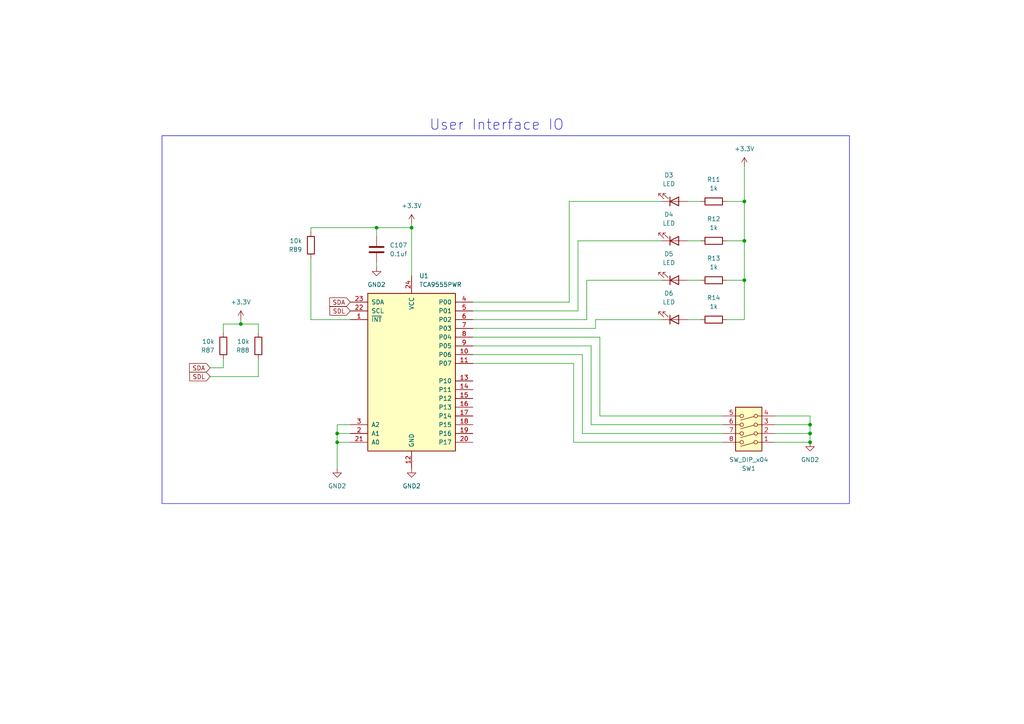
<source format=kicad_sch>
(kicad_sch (version 20230121) (generator eeschema)
  (paper "A4")
  (lib_symbols
    (symbol "Device:C" (pin_numbers hide) (pin_names (offset 0.254))
      (property "Reference" "C" (at 0.635 2.54 0))
      (property "Value" "C" (at 0.635 -2.54 0))
      (symbol "C_0_1"
        (polyline (pts (xy -2.032 -0.762) (xy 2.032 -0.762)) (stroke (width 0.508)))
        (polyline (pts (xy -2.032 0.762) (xy 2.032 0.762)) (stroke (width 0.508)))
      )
      (symbol "C_1_1"
        (pin passive line (at 0 3.81 270) (length 2.794) (name "~") (number "1"))
        (pin passive line (at 0 -3.81 90) (length 2.794) (name "~") (number "2"))
      )
    )
    (symbol "Device:LED" (pin_numbers hide) (pin_names (offset 1.016) hide)
      (property "Reference" "D" (at 0 2.54 0))
      (property "Value" "LED" (at 0 -2.54 0))
      (symbol "LED_0_1"
        (polyline (pts (xy -1.27 -1.27) (xy -1.27 1.27)) (stroke (width 0.254)))
        (polyline (pts (xy -1.27 0) (xy 1.27 0)))
        (polyline (pts (xy 1.27 -1.27) (xy 1.27 1.27) (xy -1.27 0) (xy 1.27 -1.27)) (stroke (width 0.254)))
        (polyline (pts (xy -3.048 -0.762) (xy -4.572 -2.286) (xy -3.81 -2.286) (xy -4.572 -2.286) (xy -4.572 -1.524)))
        (polyline (pts (xy -1.778 -0.762) (xy -3.302 -2.286) (xy -2.54 -2.286) (xy -3.302 -2.286) (xy -3.302 -1.524)))
      )
      (symbol "LED_1_1"
        (pin passive line (at -3.81 0 0) (length 2.54) (name "K") (number "1"))
        (pin passive line (at 3.81 0 180) (length 2.54) (name "A") (number "2"))
      )
    )
    (symbol "Device:R" (pin_numbers hide) (pin_names (offset 0))
      (property "Reference" "R" (at 2.032 0 90))
      (property "Value" "R" (at 0 0 90))
      (symbol "R_0_1"
        (rectangle (start -1.016 -2.54) (end 1.016 2.54) (stroke (width 0.254)))
      )
      (symbol "R_1_1"
        (pin passive line (at 0 3.81 270) (length 1.27) (name "~") (number "1"))
        (pin passive line (at 0 -3.81 90) (length 1.27) (name "~") (number "2"))
      )
    )
    (symbol "Interface_Expansion:TCA9555PWR" (pin_names (offset 1.016))
      (property "Reference" "U" (at -11.43 24.13 0))
      (property "Value" "TCA9555PWR" (at 0 0 0))
      (symbol "TCA9555PWR_0_1"
        (rectangle (start -12.7 22.86) (end 12.7 -22.86) (stroke (width 0.254)) (fill (type background)))
      )
      (symbol "TCA9555PWR_1_1"
        (pin open_collector line (at -17.78 15.24 0) (length 5.08) (name "~{INT}") (number "1"))
        (pin bidirectional line (at 17.78 5.08 180) (length 5.08) (name "P06") (number "10"))
        (pin bidirectional line (at 17.78 2.54 180) (length 5.08) (name "P07") (number "11"))
        (pin power_in line (at 0 -27.94 90) (length 5.08) (name "GND") (number "12"))
        (pin bidirectional line (at 17.78 -2.54 180) (length 5.08) (name "P10") (number "13"))
        (pin bidirectional line (at 17.78 -5.08 180) (length 5.08) (name "P11") (number "14"))
        (pin bidirectional line (at 17.78 -7.62 180) (length 5.08) (name "P12") (number "15"))
        (pin bidirectional line (at 17.78 -10.16 180) (length 5.08) (name "P13") (number "16"))
        (pin bidirectional line (at 17.78 -12.7 180) (length 5.08) (name "P14") (number "17"))
        (pin bidirectional line (at 17.78 -15.24 180) (length 5.08) (name "P15") (number "18"))
        (pin bidirectional line (at 17.78 -17.78 180) (length 5.08) (name "P16") (number "19"))
        (pin input line (at -17.78 -17.78 0) (length 5.08) (name "A1") (number "2"))
        (pin bidirectional line (at 17.78 -20.32 180) (length 5.08) (name "P17") (number "20"))
        (pin input line (at -17.78 -20.32 0) (length 5.08) (name "A0") (number "21"))
        (pin input line (at -17.78 17.78 0) (length 5.08) (name "SCL") (number "22"))
        (pin bidirectional line (at -17.78 20.32 0) (length 5.08) (name "SDA") (number "23"))
        (pin power_in line (at 0 27.94 270) (length 5.08) (name "VCC") (number "24"))
        (pin input line (at -17.78 -15.24 0) (length 5.08) (name "A2") (number "3"))
        (pin bidirectional line (at 17.78 20.32 180) (length 5.08) (name "P00") (number "4"))
        (pin bidirectional line (at 17.78 17.78 180) (length 5.08) (name "P01") (number "5"))
        (pin bidirectional line (at 17.78 15.24 180) (length 5.08) (name "P02") (number "6"))
        (pin bidirectional line (at 17.78 12.7 180) (length 5.08) (name "P03") (number "7"))
        (pin bidirectional line (at 17.78 10.16 180) (length 5.08) (name "P04") (number "8"))
        (pin bidirectional line (at 17.78 7.62 180) (length 5.08) (name "P05") (number "9"))
      )
    )
    (symbol "Switch:SW_DIP_x04" (pin_names (offset 0) hide)
      (property "Reference" "SW" (at 0 8.89 0))
      (property "Value" "SW_DIP_x04" (at 0 -6.35 0))
      (symbol "SW_DIP_x04_0_0"
        (circle (center -2.032 -2.54) (radius 0.508))
        (circle (center -2.032 0) (radius 0.508))
        (circle (center -2.032 2.54) (radius 0.508))
        (circle (center -2.032 5.08) (radius 0.508))
        (polyline (pts (xy -1.524 -2.3876) (xy 2.3622 -1.3462)))
        (polyline (pts (xy -1.524 0.127) (xy 2.3622 1.1684)))
        (polyline (pts (xy -1.524 2.667) (xy 2.3622 3.7084)))
        (polyline (pts (xy -1.524 5.207) (xy 2.3622 6.2484)))
        (circle (center 2.032 -2.54) (radius 0.508))
        (circle (center 2.032 0) (radius 0.508))
        (circle (center 2.032 2.54) (radius 0.508))
        (circle (center 2.032 5.08) (radius 0.508))
      )
      (symbol "SW_DIP_x04_0_1"
        (rectangle (start -3.81 7.62) (end 3.81 -5.08) (stroke (width 0.254)) (fill (type background)))
      )
      (symbol "SW_DIP_x04_1_1"
        (pin passive line (at -7.62 5.08 0) (length 5.08) (name "~") (number "1"))
        (pin passive line (at -7.62 2.54 0) (length 5.08) (name "~") (number "2"))
        (pin passive line (at -7.62 0 0) (length 5.08) (name "~") (number "3"))
        (pin passive line (at -7.62 -2.54 0) (length 5.08) (name "~") (number "4"))
        (pin passive line (at 7.62 -2.54 180) (length 5.08) (name "~") (number "5"))
        (pin passive line (at 7.62 0 180) (length 5.08) (name "~") (number "6"))
        (pin passive line (at 7.62 2.54 180) (length 5.08) (name "~") (number "7"))
        (pin passive line (at 7.62 5.08 180) (length 5.08) (name "~") (number "8"))
      )
    )
    (symbol "power:+3.3V" (power) (pin_names (offset 0))
      (property "Value" "+3.3V" (at 0 3.556 0))
      (symbol "+3.3V_0_1"
        (polyline (pts (xy -0.762 1.27) (xy 0 2.54)))
        (polyline (pts (xy 0 0) (xy 0 2.54)))
        (polyline (pts (xy 0 2.54) (xy 0.762 1.27)))
      )
      (symbol "+3.3V_1_1"
        (pin power_in line (at 0 0 90) (length 0) hide (name "+3.3V") (number "1"))
      )
    )
    (symbol "power:GND2" (power) (pin_names (offset 0))
      (property "Value" "GND2" (at 0 -3.81 0))
      (symbol "GND2_0_1"
        (polyline (pts (xy 0 0) (xy 0 -1.27) (xy 1.27 -1.27) (xy 0 -2.54) (xy -1.27 -1.27) (xy 0 -1.27)))
      )
      (symbol "GND2_1_1"
        (pin power_in line (at 0 0 270) (length 0) hide (name "GND2") (number "1"))
      )
    )
  )
  (junction (at 109.22 66.04))
  (junction (at 97.79 125.73))
  (junction (at 215.9 69.85))
  (junction (at 234.95 128.27))
  (junction (at 119.38 66.04))
  (junction (at 215.9 58.42))
  (junction (at 234.95 125.73))
  (junction (at 97.79 128.27))
  (junction (at 234.95 123.19))
  (junction (at 69.85 93.98))
  (junction (at 215.9 81.28))
  (wire (pts (xy 97.79 123.19) (xy 101.6 123.19)))
  (wire (pts (xy 215.9 81.28) (xy 215.9 92.71)))
  (wire (pts (xy 60.96 109.22) (xy 74.93 109.22)))
  (wire (pts (xy 171.45 123.19) (xy 171.45 100.33)))
  (wire (pts (xy 170.18 92.71) (xy 137.16 92.71)))
  (wire (pts (xy 167.64 69.85) (xy 167.64 90.17)))
  (wire (pts (xy 64.77 93.98) (xy 69.85 93.98)))
  (wire (pts (xy 165.1 58.42) (xy 165.1 87.63)))
  (wire (pts (xy 215.9 92.71) (xy 210.82 92.71)))
  (wire (pts (xy 234.95 123.19) (xy 234.95 120.65)))
  (wire (pts (xy 215.9 48.26) (xy 215.9 58.42)))
  (wire (pts (xy 64.77 106.68) (xy 64.77 104.14)))
  (wire (pts (xy 74.93 109.22) (xy 74.93 104.14)))
  (wire (pts (xy 215.9 58.42) (xy 215.9 69.85)))
  (wire (pts (xy 172.72 92.71) (xy 191.77 92.71)))
  (wire (pts (xy 119.38 64.77) (xy 119.38 66.04)))
  (wire (pts (xy 203.2 81.28) (xy 199.39 81.28)))
  (wire (pts (xy 203.2 58.42) (xy 199.39 58.42)))
  (wire (pts (xy 168.91 125.73) (xy 209.55 125.73)))
  (wire (pts (xy 170.18 81.28) (xy 170.18 92.71)))
  (wire (pts (xy 173.99 120.65) (xy 209.55 120.65)))
  (wire (pts (xy 168.91 125.73) (xy 168.91 102.87)))
  (wire (pts (xy 74.93 93.98) (xy 69.85 93.98)))
  (wire (pts (xy 166.37 128.27) (xy 209.55 128.27)))
  (wire (pts (xy 90.17 66.04) (xy 109.22 66.04)))
  (wire (pts (xy 203.2 69.85) (xy 199.39 69.85)))
  (wire (pts (xy 234.95 123.19) (xy 224.79 123.19)))
  (wire (pts (xy 166.37 105.41) (xy 137.16 105.41)))
  (wire (pts (xy 167.64 69.85) (xy 191.77 69.85)))
  (wire (pts (xy 74.93 96.52) (xy 74.93 93.98)))
  (wire (pts (xy 97.79 135.89) (xy 97.79 128.27)))
  (wire (pts (xy 69.85 93.98) (xy 69.85 92.71)))
  (wire (pts (xy 215.9 81.28) (xy 210.82 81.28)))
  (wire (pts (xy 97.79 128.27) (xy 97.79 125.73)))
  (wire (pts (xy 97.79 125.73) (xy 97.79 123.19)))
  (wire (pts (xy 97.79 125.73) (xy 101.6 125.73)))
  (wire (pts (xy 167.64 90.17) (xy 137.16 90.17)))
  (wire (pts (xy 90.17 92.71) (xy 101.6 92.71)))
  (wire (pts (xy 215.9 69.85) (xy 215.9 81.28)))
  (wire (pts (xy 109.22 68.58) (xy 109.22 66.04)))
  (wire (pts (xy 170.18 81.28) (xy 191.77 81.28)))
  (wire (pts (xy 165.1 58.42) (xy 191.77 58.42)))
  (wire (pts (xy 171.45 100.33) (xy 137.16 100.33)))
  (wire (pts (xy 109.22 76.2) (xy 109.22 77.47)))
  (wire (pts (xy 234.95 120.65) (xy 224.79 120.65)))
  (wire (pts (xy 60.96 106.68) (xy 64.77 106.68)))
  (wire (pts (xy 173.99 120.65) (xy 173.99 97.79)))
  (wire (pts (xy 234.95 128.27) (xy 234.95 125.73)))
  (wire (pts (xy 215.9 58.42) (xy 210.82 58.42)))
  (wire (pts (xy 172.72 92.71) (xy 172.72 95.25)))
  (wire (pts (xy 173.99 97.79) (xy 137.16 97.79)))
  (wire (pts (xy 90.17 74.93) (xy 90.17 92.71)))
  (wire (pts (xy 234.95 125.73) (xy 224.79 125.73)))
  (wire (pts (xy 168.91 102.87) (xy 137.16 102.87)))
  (wire (pts (xy 109.22 66.04) (xy 119.38 66.04)))
  (wire (pts (xy 172.72 95.25) (xy 137.16 95.25)))
  (wire (pts (xy 165.1 87.63) (xy 137.16 87.63)))
  (wire (pts (xy 119.38 66.04) (xy 119.38 80.01)))
  (wire (pts (xy 166.37 128.27) (xy 166.37 105.41)))
  (wire (pts (xy 215.9 69.85) (xy 210.82 69.85)))
  (wire (pts (xy 203.2 92.71) (xy 199.39 92.71)))
  (wire (pts (xy 234.95 128.27) (xy 224.79 128.27)))
  (wire (pts (xy 171.45 123.19) (xy 209.55 123.19)))
  (wire (pts (xy 64.77 96.52) (xy 64.77 93.98)))
  (wire (pts (xy 90.17 67.31) (xy 90.17 66.04)))
  (wire (pts (xy 234.95 125.73) (xy 234.95 123.19)))
  (wire (pts (xy 97.79 128.27) (xy 101.6 128.27)))
  (rectangle (start 46.99 39.37) (end 246.38 146.05))
  (text "User Interface IO" (at 124.46 38.1 0) (effects (font (size 3 3)) (justify left bottom)))
  (global_label "SDA" (shape input) (at 60.96 106.68 180) (property "Intersheetrefs" "${INTERSHEET_REFS}" (effects hide)))
  (global_label "SDL" (shape input) (at 60.96 109.22 180) (property "Intersheetrefs" "${INTERSHEET_REFS}" (effects hide)))
  (global_label "SDL" (shape input) (at 101.6 90.17 180) (property "Intersheetrefs" "${INTERSHEET_REFS}" (effects hide)))
  (global_label "SDA" (shape input) (at 101.6 87.63 180) (property "Intersheetrefs" "${INTERSHEET_REFS}" (effects hide)))
  (symbol (lib_id "Device:C") (at 109.22 72.39 0) (unit 1)
    (property "Reference" "C107" (at 113.03 71.1199 0) (effects (justify left)))
    (property "Value" "0.1uf" (at 113.03 73.6599 0) (effects (justify left)))
    (property "Footprint" "Capacitor_SMD:C_0603_1608Metric" (effects hide))
  )
  (symbol (lib_id "Device:LED") (at 195.58 58.42 0) (mirror x) (unit 1)
    (property "Reference" "D3" (at 193.9925 50.8 0))
    (property "Value" "LED" (at 193.9925 53.34 0))
    (property "Footprint" "LED_SMD:LED_0603_1608Metric" (effects hide))
  )
  (symbol (lib_id "Device:LED") (at 195.58 69.85 0) (mirror x) (unit 1)
    (property "Reference" "D4" (at 193.9925 62.23 0))
    (property "Value" "LED" (at 193.9925 64.77 0))
    (property "Footprint" "LED_SMD:LED_0603_1608Metric" (effects hide))
  )
  (symbol (lib_id "Interface_Expansion:TCA9555PWR") (at 119.38 107.95 0) (unit 1)
    (property "Reference" "U1" (at 121.5741 80.01 0) (effects (justify left)))
    (property "Value" "TCA9555PWR" (at 121.5741 82.55 0) (effects (justify left)))
    (property "Footprint" "Package_SO:TSSOP-24_4.4x7.8mm_P0.65mm" (effects hide))
    (property "Datasheet" "http://www.ti.com/lit/ds/symlink/tca9555.pdf" (effects hide))
  )
  (symbol (lib_id "Device:LED") (at 195.58 81.28 0) (mirror x) (unit 1)
    (property "Reference" "D5" (at 193.9925 73.66 0))
    (property "Value" "LED" (at 193.9925 76.2 0))
    (property "Footprint" "LED_SMD:LED_0603_1608Metric" (effects hide))
  )
  (symbol (lib_id "Device:R") (at 74.93 100.33 180) (unit 1)
    (property "Reference" "R88" (at 72.39 101.6001 0) (effects (justify left)))
    (property "Value" "10k" (at 72.39 99.0601 0) (effects (justify left)))
    (property "Footprint" "Resistor_SMD:R_0603_1608Metric" (effects hide))
    (instances (project "HV servo drive v1" (path "" (reference "R88") (unit 1)) (path "" (reference "R12") (unit 1))))
  )
  (symbol (lib_id "Device:R") (at 207.01 92.71 90) (mirror x) (unit 1)
    (property "Reference" "R14" (at 207.01 86.36 90))
    (property "Value" "1k" (at 207.01 88.9 90))
    (property "Footprint" "Resistor_SMD:R_0603_1608Metric" (effects hide))
    (instances (project "HV servo drive v1" (path "" (reference "R14") (unit 1)) (path "" (reference "R83") (unit 1))))
  )
  (symbol (lib_id "power:GND2") (at 97.79 135.89 0) (unit 1)
    (property "Reference" "#PWR012" (effects hide))
    (property "Value" "GND2" (at 97.79 140.97 0))
    (instances (project "HV servo drive v1" (path "" (reference "#PWR012") (unit 1)) (path "" (reference "#PWR05") (unit 1))))
  )
  (symbol (lib_id "Device:R") (at 64.77 100.33 180) (unit 1)
    (property "Reference" "R87" (at 62.23 101.6001 0) (effects (justify left)))
    (property "Value" "10k" (at 62.23 99.0601 0) (effects (justify left)))
    (property "Footprint" "Resistor_SMD:R_0603_1608Metric" (effects hide))
    (instances (project "HV servo drive v1" (path "" (reference "R87") (unit 1)) (path "" (reference "R11") (unit 1))))
  )
  (symbol (lib_id "Device:R") (at 90.17 71.12 180) (unit 1)
    (property "Reference" "R89" (at 87.63 72.3901 0) (effects (justify left)))
    (property "Value" "10k" (at 87.63 69.8501 0) (effects (justify left)))
    (property "Footprint" "Resistor_SMD:R_0603_1608Metric" (effects hide))
    (instances (project "HV servo drive v1" (path "" (reference "R89") (unit 1)) (path "" (reference "R13") (unit 1))))
  )
  (symbol (lib_id "power:+3.3V") (at 119.38 64.77 0) (unit 1)
    (property "Reference" "#PWR05" (effects hide))
    (property "Value" "+3.3V" (at 119.38 59.69 0))
    (instances (project "HV servo drive v1" (path "" (reference "#PWR05") (unit 1)) (path "" (reference "#PWR012") (unit 1))))
  )
  (symbol (lib_id "Device:R") (at 207.01 81.28 90) (mirror x) (unit 1)
    (property "Reference" "R13" (at 207.01 74.93 90))
    (property "Value" "1k" (at 207.01 77.47 90))
    (property "Footprint" "Resistor_SMD:R_0603_1608Metric" (effects hide))
    (instances (project "HV servo drive v1" (path "" (reference "R13") (unit 1)) (path "" (reference "R82") (unit 1))))
  )
  (symbol (lib_id "power:+3.3V") (at 69.85 92.71 0) (unit 1)
    (property "Reference" "#PWR0139" (effects hide))
    (property "Value" "+3.3V" (at 69.85 87.63 0))
    (instances (project "HV servo drive v1" (path "" (reference "#PWR0139") (unit 1)) (path "" (reference "#PWR04") (unit 1))))
  )
  (symbol (lib_id "Device:LED") (at 195.58 92.71 0) (mirror x) (unit 1)
    (property "Reference" "D6" (at 193.9925 85.09 0))
    (property "Value" "LED" (at 193.9925 87.63 0))
    (property "Footprint" "LED_SMD:LED_0603_1608Metric" (effects hide))
  )
  (symbol (lib_id "power:+3.3V") (at 215.9 48.26 0) (mirror y) (unit 1)
    (property "Reference" "#PWR044" (effects hide))
    (property "Value" "+3.3V" (at 215.9 43.18 0))
  )
  (symbol (lib_id "Device:R") (at 207.01 69.85 90) (mirror x) (unit 1)
    (property "Reference" "R12" (at 207.01 63.5 90))
    (property "Value" "1k" (at 207.01 66.04 90))
    (property "Footprint" "Resistor_SMD:R_0603_1608Metric" (effects hide))
    (instances (project "HV servo drive v1" (path "" (reference "R12") (unit 1)) (path "" (reference "R81") (unit 1))))
  )
  (symbol (lib_id "Switch:SW_DIP_x04") (at 217.17 123.19 180) (unit 1)
    (property "Reference" "SW1" (at 217.17 135.89 0))
    (property "Value" "SW_DIP_x04" (at 217.17 133.35 0))
    (property "Footprint" "Package_DIP:DIP-8_W7.62mm" (effects hide))
  )
  (symbol (lib_id "power:GND2") (at 119.38 135.89 0) (unit 1)
    (property "Reference" "#PWR04" (effects hide))
    (property "Value" "GND2" (at 119.38 140.97 0))
    (instances (project "HV servo drive v1" (path "" (reference "#PWR04") (unit 1)) (path "" (reference "#PWR042") (unit 1))))
  )
  (symbol (lib_id "power:GND2") (at 109.22 77.47 0) (unit 1)
    (property "Reference" "#PWR07" (effects hide))
    (property "Value" "GND2" (at 109.22 82.55 0))
  )
  (symbol (lib_id "Device:R") (at 207.01 58.42 90) (mirror x) (unit 1)
    (property "Reference" "R11" (at 207.01 52.07 90))
    (property "Value" "1k" (at 207.01 54.61 90))
    (property "Footprint" "Resistor_SMD:R_0603_1608Metric" (effects hide))
    (instances (project "HV servo drive v1" (path "" (reference "R11") (unit 1)) (path "" (reference "R14") (unit 1))))
  )
  (symbol (lib_id "power:GND2") (at 234.95 128.27 0) (unit 1)
    (property "Reference" "#PWR042" (effects hide))
    (property "Value" "GND2" (at 234.95 133.35 0))
    (instances (project "HV servo drive v1" (path "" (reference "#PWR042") (unit 1)) (path "" (reference "#PWR0129") (unit 1))))
  )
)
</source>
